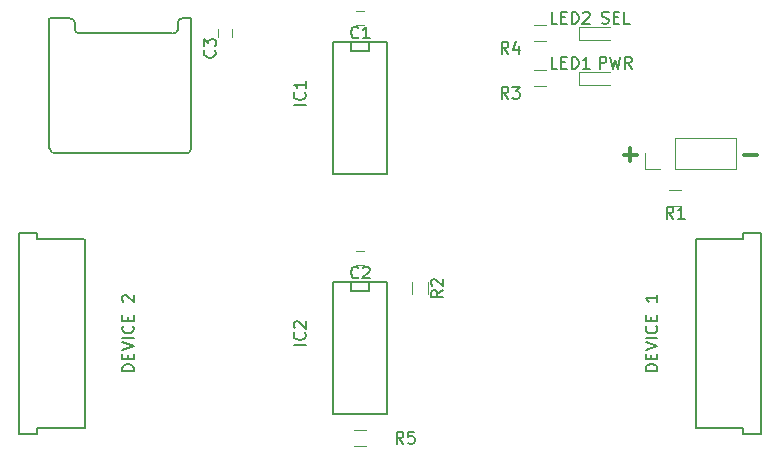
<source format=gbr>
G04 #@! TF.FileFunction,Legend,Top*
%FSLAX46Y46*%
G04 Gerber Fmt 4.6, Leading zero omitted, Abs format (unit mm)*
G04 Created by KiCad (PCBNEW 4.0.7) date Tue Nov 21 09:12:45 2017*
%MOMM*%
%LPD*%
G01*
G04 APERTURE LIST*
%ADD10C,0.100000*%
%ADD11C,0.300000*%
%ADD12C,0.150000*%
%ADD13C,0.120000*%
G04 APERTURE END LIST*
D10*
D11*
X165798572Y-83927143D02*
X166941429Y-83927143D01*
X155638572Y-83927143D02*
X156781429Y-83927143D01*
X156210000Y-84498571D02*
X156210000Y-83355714D01*
D12*
X109537500Y-73660000D02*
X117411500Y-73660000D01*
X117476500Y-73658500D02*
G75*
G03X117919500Y-73342500I63500J379500D01*
G01*
X109156500Y-73279000D02*
G75*
G03X109537500Y-73660000I381000J0D01*
G01*
X117919500Y-72690000D02*
X117919500Y-73340000D01*
X109156500Y-72690000D02*
X109156500Y-73340000D01*
X109156500Y-72707500D02*
G75*
G03X108712000Y-72390000I-381000J-63500D01*
G01*
X118300500Y-72390000D02*
G75*
G03X117919500Y-72644000I-63500J-317500D01*
G01*
X107061000Y-72390000D02*
X108712000Y-72390000D01*
X118999000Y-72390000D02*
X118300500Y-72390000D01*
X118618000Y-83820000D02*
X107505500Y-83820000D01*
X107061000Y-83439000D02*
G75*
G03X107569000Y-83820000I444500J63500D01*
G01*
X107030000Y-72390000D02*
X107030000Y-83390000D01*
X118554500Y-83820000D02*
G75*
G03X118999000Y-83502500I63500J381000D01*
G01*
X119030000Y-72390000D02*
X119030000Y-83390000D01*
D13*
X133700000Y-72990000D02*
X133000000Y-72990000D01*
X133000000Y-71790000D02*
X133700000Y-71790000D01*
X133700000Y-93310000D02*
X133000000Y-93310000D01*
X133000000Y-92110000D02*
X133700000Y-92110000D01*
X121320000Y-74010000D02*
X121320000Y-73310000D01*
X122520000Y-73310000D02*
X122520000Y-74010000D01*
D12*
X134112000Y-74422000D02*
X134112000Y-75184000D01*
X134112000Y-75184000D02*
X132588000Y-75184000D01*
X132588000Y-75184000D02*
X132588000Y-74422000D01*
X135636000Y-85598000D02*
X131064000Y-85598000D01*
X131064000Y-85598000D02*
X131064000Y-74422000D01*
X131064000Y-74422000D02*
X135636000Y-74422000D01*
X135636000Y-74422000D02*
X135636000Y-85598000D01*
X134112000Y-94742000D02*
X134112000Y-95504000D01*
X134112000Y-95504000D02*
X132588000Y-95504000D01*
X132588000Y-95504000D02*
X132588000Y-94742000D01*
X135636000Y-105918000D02*
X131064000Y-105918000D01*
X131064000Y-105918000D02*
X131064000Y-94742000D01*
X131064000Y-94742000D02*
X135636000Y-94742000D01*
X135636000Y-94742000D02*
X135636000Y-105918000D01*
X167290000Y-107560000D02*
X167290000Y-90560000D01*
X165790000Y-90560000D02*
X167290000Y-90560000D01*
X165790000Y-107560000D02*
X167290000Y-107560000D01*
X165790000Y-91060000D02*
X165790000Y-90560000D01*
X165790000Y-107060000D02*
X165790000Y-107560000D01*
X161734500Y-107061000D02*
X161734500Y-91059000D01*
X161790000Y-91060000D02*
X165790000Y-91060000D01*
X161790000Y-107060000D02*
X165790000Y-107060000D01*
X104490000Y-90560000D02*
X104490000Y-107560000D01*
X105990000Y-107560000D02*
X104490000Y-107560000D01*
X105990000Y-90560000D02*
X104490000Y-90560000D01*
X105990000Y-107060000D02*
X105990000Y-107560000D01*
X105990000Y-91060000D02*
X105990000Y-90560000D01*
X110045500Y-91059000D02*
X110045500Y-107061000D01*
X109990000Y-107060000D02*
X105990000Y-107060000D01*
X109990000Y-91060000D02*
X105990000Y-91060000D01*
D13*
X165160000Y-85150000D02*
X165160000Y-82490000D01*
X160020000Y-85150000D02*
X165160000Y-85150000D01*
X160020000Y-82490000D02*
X165160000Y-82490000D01*
X160020000Y-85150000D02*
X160020000Y-82490000D01*
X158750000Y-85150000D02*
X157420000Y-85150000D01*
X157420000Y-85150000D02*
X157420000Y-83820000D01*
X151870000Y-76920000D02*
X151870000Y-78020000D01*
X151870000Y-78020000D02*
X154470000Y-78020000D01*
X151870000Y-76920000D02*
X154470000Y-76920000D01*
X151870000Y-73110000D02*
X151870000Y-74210000D01*
X151870000Y-74210000D02*
X154470000Y-74210000D01*
X151870000Y-73110000D02*
X154470000Y-73110000D01*
X160520000Y-88310000D02*
X159520000Y-88310000D01*
X159520000Y-86950000D02*
X160520000Y-86950000D01*
X137750000Y-95750000D02*
X137750000Y-94750000D01*
X139110000Y-94750000D02*
X139110000Y-95750000D01*
X148090000Y-76790000D02*
X149090000Y-76790000D01*
X149090000Y-78150000D02*
X148090000Y-78150000D01*
X148090000Y-72980000D02*
X149090000Y-72980000D01*
X149090000Y-74340000D02*
X148090000Y-74340000D01*
X132850000Y-107270000D02*
X133850000Y-107270000D01*
X133850000Y-108630000D02*
X132850000Y-108630000D01*
D12*
X133183334Y-73997143D02*
X133135715Y-74044762D01*
X132992858Y-74092381D01*
X132897620Y-74092381D01*
X132754762Y-74044762D01*
X132659524Y-73949524D01*
X132611905Y-73854286D01*
X132564286Y-73663810D01*
X132564286Y-73520952D01*
X132611905Y-73330476D01*
X132659524Y-73235238D01*
X132754762Y-73140000D01*
X132897620Y-73092381D01*
X132992858Y-73092381D01*
X133135715Y-73140000D01*
X133183334Y-73187619D01*
X134135715Y-74092381D02*
X133564286Y-74092381D01*
X133850000Y-74092381D02*
X133850000Y-73092381D01*
X133754762Y-73235238D01*
X133659524Y-73330476D01*
X133564286Y-73378095D01*
X133183334Y-94317143D02*
X133135715Y-94364762D01*
X132992858Y-94412381D01*
X132897620Y-94412381D01*
X132754762Y-94364762D01*
X132659524Y-94269524D01*
X132611905Y-94174286D01*
X132564286Y-93983810D01*
X132564286Y-93840952D01*
X132611905Y-93650476D01*
X132659524Y-93555238D01*
X132754762Y-93460000D01*
X132897620Y-93412381D01*
X132992858Y-93412381D01*
X133135715Y-93460000D01*
X133183334Y-93507619D01*
X133564286Y-93507619D02*
X133611905Y-93460000D01*
X133707143Y-93412381D01*
X133945239Y-93412381D01*
X134040477Y-93460000D01*
X134088096Y-93507619D01*
X134135715Y-93602857D01*
X134135715Y-93698095D01*
X134088096Y-93840952D01*
X133516667Y-94412381D01*
X134135715Y-94412381D01*
X121007143Y-75096666D02*
X121054762Y-75144285D01*
X121102381Y-75287142D01*
X121102381Y-75382380D01*
X121054762Y-75525238D01*
X120959524Y-75620476D01*
X120864286Y-75668095D01*
X120673810Y-75715714D01*
X120530952Y-75715714D01*
X120340476Y-75668095D01*
X120245238Y-75620476D01*
X120150000Y-75525238D01*
X120102381Y-75382380D01*
X120102381Y-75287142D01*
X120150000Y-75144285D01*
X120197619Y-75096666D01*
X120102381Y-74763333D02*
X120102381Y-74144285D01*
X120483333Y-74477619D01*
X120483333Y-74334761D01*
X120530952Y-74239523D01*
X120578571Y-74191904D01*
X120673810Y-74144285D01*
X120911905Y-74144285D01*
X121007143Y-74191904D01*
X121054762Y-74239523D01*
X121102381Y-74334761D01*
X121102381Y-74620476D01*
X121054762Y-74715714D01*
X121007143Y-74763333D01*
X128722381Y-79716190D02*
X127722381Y-79716190D01*
X128627143Y-78668571D02*
X128674762Y-78716190D01*
X128722381Y-78859047D01*
X128722381Y-78954285D01*
X128674762Y-79097143D01*
X128579524Y-79192381D01*
X128484286Y-79240000D01*
X128293810Y-79287619D01*
X128150952Y-79287619D01*
X127960476Y-79240000D01*
X127865238Y-79192381D01*
X127770000Y-79097143D01*
X127722381Y-78954285D01*
X127722381Y-78859047D01*
X127770000Y-78716190D01*
X127817619Y-78668571D01*
X128722381Y-77716190D02*
X128722381Y-78287619D01*
X128722381Y-78001905D02*
X127722381Y-78001905D01*
X127865238Y-78097143D01*
X127960476Y-78192381D01*
X128008095Y-78287619D01*
X128722381Y-100036190D02*
X127722381Y-100036190D01*
X128627143Y-98988571D02*
X128674762Y-99036190D01*
X128722381Y-99179047D01*
X128722381Y-99274285D01*
X128674762Y-99417143D01*
X128579524Y-99512381D01*
X128484286Y-99560000D01*
X128293810Y-99607619D01*
X128150952Y-99607619D01*
X127960476Y-99560000D01*
X127865238Y-99512381D01*
X127770000Y-99417143D01*
X127722381Y-99274285D01*
X127722381Y-99179047D01*
X127770000Y-99036190D01*
X127817619Y-98988571D01*
X127817619Y-98607619D02*
X127770000Y-98560000D01*
X127722381Y-98464762D01*
X127722381Y-98226666D01*
X127770000Y-98131428D01*
X127817619Y-98083809D01*
X127912857Y-98036190D01*
X128008095Y-98036190D01*
X128150952Y-98083809D01*
X128722381Y-98655238D01*
X128722381Y-98036190D01*
X158503881Y-102250476D02*
X157503881Y-102250476D01*
X157503881Y-102012381D01*
X157551500Y-101869523D01*
X157646738Y-101774285D01*
X157741976Y-101726666D01*
X157932452Y-101679047D01*
X158075310Y-101679047D01*
X158265786Y-101726666D01*
X158361024Y-101774285D01*
X158456262Y-101869523D01*
X158503881Y-102012381D01*
X158503881Y-102250476D01*
X157980071Y-101250476D02*
X157980071Y-100917142D01*
X158503881Y-100774285D02*
X158503881Y-101250476D01*
X157503881Y-101250476D01*
X157503881Y-100774285D01*
X157503881Y-100488571D02*
X158503881Y-100155238D01*
X157503881Y-99821904D01*
X158503881Y-99488571D02*
X157503881Y-99488571D01*
X158408643Y-98440952D02*
X158456262Y-98488571D01*
X158503881Y-98631428D01*
X158503881Y-98726666D01*
X158456262Y-98869524D01*
X158361024Y-98964762D01*
X158265786Y-99012381D01*
X158075310Y-99060000D01*
X157932452Y-99060000D01*
X157741976Y-99012381D01*
X157646738Y-98964762D01*
X157551500Y-98869524D01*
X157503881Y-98726666D01*
X157503881Y-98631428D01*
X157551500Y-98488571D01*
X157599119Y-98440952D01*
X157980071Y-98012381D02*
X157980071Y-97679047D01*
X158503881Y-97536190D02*
X158503881Y-98012381D01*
X157503881Y-98012381D01*
X157503881Y-97536190D01*
X158503881Y-95821904D02*
X158503881Y-96393333D01*
X158503881Y-96107619D02*
X157503881Y-96107619D01*
X157646738Y-96202857D01*
X157741976Y-96298095D01*
X157789595Y-96393333D01*
X114180881Y-102250476D02*
X113180881Y-102250476D01*
X113180881Y-102012381D01*
X113228500Y-101869523D01*
X113323738Y-101774285D01*
X113418976Y-101726666D01*
X113609452Y-101679047D01*
X113752310Y-101679047D01*
X113942786Y-101726666D01*
X114038024Y-101774285D01*
X114133262Y-101869523D01*
X114180881Y-102012381D01*
X114180881Y-102250476D01*
X113657071Y-101250476D02*
X113657071Y-100917142D01*
X114180881Y-100774285D02*
X114180881Y-101250476D01*
X113180881Y-101250476D01*
X113180881Y-100774285D01*
X113180881Y-100488571D02*
X114180881Y-100155238D01*
X113180881Y-99821904D01*
X114180881Y-99488571D02*
X113180881Y-99488571D01*
X114085643Y-98440952D02*
X114133262Y-98488571D01*
X114180881Y-98631428D01*
X114180881Y-98726666D01*
X114133262Y-98869524D01*
X114038024Y-98964762D01*
X113942786Y-99012381D01*
X113752310Y-99060000D01*
X113609452Y-99060000D01*
X113418976Y-99012381D01*
X113323738Y-98964762D01*
X113228500Y-98869524D01*
X113180881Y-98726666D01*
X113180881Y-98631428D01*
X113228500Y-98488571D01*
X113276119Y-98440952D01*
X113657071Y-98012381D02*
X113657071Y-97679047D01*
X114180881Y-97536190D02*
X114180881Y-98012381D01*
X113180881Y-98012381D01*
X113180881Y-97536190D01*
X113276119Y-96393333D02*
X113228500Y-96345714D01*
X113180881Y-96250476D01*
X113180881Y-96012380D01*
X113228500Y-95917142D01*
X113276119Y-95869523D01*
X113371357Y-95821904D01*
X113466595Y-95821904D01*
X113609452Y-95869523D01*
X114180881Y-96440952D01*
X114180881Y-95821904D01*
X150010953Y-76652381D02*
X149534762Y-76652381D01*
X149534762Y-75652381D01*
X150344286Y-76128571D02*
X150677620Y-76128571D01*
X150820477Y-76652381D02*
X150344286Y-76652381D01*
X150344286Y-75652381D01*
X150820477Y-75652381D01*
X151249048Y-76652381D02*
X151249048Y-75652381D01*
X151487143Y-75652381D01*
X151630001Y-75700000D01*
X151725239Y-75795238D01*
X151772858Y-75890476D01*
X151820477Y-76080952D01*
X151820477Y-76223810D01*
X151772858Y-76414286D01*
X151725239Y-76509524D01*
X151630001Y-76604762D01*
X151487143Y-76652381D01*
X151249048Y-76652381D01*
X152772858Y-76652381D02*
X152201429Y-76652381D01*
X152487143Y-76652381D02*
X152487143Y-75652381D01*
X152391905Y-75795238D01*
X152296667Y-75890476D01*
X152201429Y-75938095D01*
X153606667Y-76652381D02*
X153606667Y-75652381D01*
X153987620Y-75652381D01*
X154082858Y-75700000D01*
X154130477Y-75747619D01*
X154178096Y-75842857D01*
X154178096Y-75985714D01*
X154130477Y-76080952D01*
X154082858Y-76128571D01*
X153987620Y-76176190D01*
X153606667Y-76176190D01*
X154511429Y-75652381D02*
X154749524Y-76652381D01*
X154940001Y-75938095D01*
X155130477Y-76652381D01*
X155368572Y-75652381D01*
X156320953Y-76652381D02*
X155987619Y-76176190D01*
X155749524Y-76652381D02*
X155749524Y-75652381D01*
X156130477Y-75652381D01*
X156225715Y-75700000D01*
X156273334Y-75747619D01*
X156320953Y-75842857D01*
X156320953Y-75985714D01*
X156273334Y-76080952D01*
X156225715Y-76128571D01*
X156130477Y-76176190D01*
X155749524Y-76176190D01*
X150010953Y-72842381D02*
X149534762Y-72842381D01*
X149534762Y-71842381D01*
X150344286Y-72318571D02*
X150677620Y-72318571D01*
X150820477Y-72842381D02*
X150344286Y-72842381D01*
X150344286Y-71842381D01*
X150820477Y-71842381D01*
X151249048Y-72842381D02*
X151249048Y-71842381D01*
X151487143Y-71842381D01*
X151630001Y-71890000D01*
X151725239Y-71985238D01*
X151772858Y-72080476D01*
X151820477Y-72270952D01*
X151820477Y-72413810D01*
X151772858Y-72604286D01*
X151725239Y-72699524D01*
X151630001Y-72794762D01*
X151487143Y-72842381D01*
X151249048Y-72842381D01*
X152201429Y-71937619D02*
X152249048Y-71890000D01*
X152344286Y-71842381D01*
X152582382Y-71842381D01*
X152677620Y-71890000D01*
X152725239Y-71937619D01*
X152772858Y-72032857D01*
X152772858Y-72128095D01*
X152725239Y-72270952D01*
X152153810Y-72842381D01*
X152772858Y-72842381D01*
X153797143Y-72794762D02*
X153940000Y-72842381D01*
X154178096Y-72842381D01*
X154273334Y-72794762D01*
X154320953Y-72747143D01*
X154368572Y-72651905D01*
X154368572Y-72556667D01*
X154320953Y-72461429D01*
X154273334Y-72413810D01*
X154178096Y-72366190D01*
X153987619Y-72318571D01*
X153892381Y-72270952D01*
X153844762Y-72223333D01*
X153797143Y-72128095D01*
X153797143Y-72032857D01*
X153844762Y-71937619D01*
X153892381Y-71890000D01*
X153987619Y-71842381D01*
X154225715Y-71842381D01*
X154368572Y-71890000D01*
X154797143Y-72318571D02*
X155130477Y-72318571D01*
X155273334Y-72842381D02*
X154797143Y-72842381D01*
X154797143Y-71842381D01*
X155273334Y-71842381D01*
X156178096Y-72842381D02*
X155701905Y-72842381D01*
X155701905Y-71842381D01*
X159853334Y-89352381D02*
X159520000Y-88876190D01*
X159281905Y-89352381D02*
X159281905Y-88352381D01*
X159662858Y-88352381D01*
X159758096Y-88400000D01*
X159805715Y-88447619D01*
X159853334Y-88542857D01*
X159853334Y-88685714D01*
X159805715Y-88780952D01*
X159758096Y-88828571D01*
X159662858Y-88876190D01*
X159281905Y-88876190D01*
X160805715Y-89352381D02*
X160234286Y-89352381D01*
X160520000Y-89352381D02*
X160520000Y-88352381D01*
X160424762Y-88495238D01*
X160329524Y-88590476D01*
X160234286Y-88638095D01*
X140332381Y-95416666D02*
X139856190Y-95750000D01*
X140332381Y-95988095D02*
X139332381Y-95988095D01*
X139332381Y-95607142D01*
X139380000Y-95511904D01*
X139427619Y-95464285D01*
X139522857Y-95416666D01*
X139665714Y-95416666D01*
X139760952Y-95464285D01*
X139808571Y-95511904D01*
X139856190Y-95607142D01*
X139856190Y-95988095D01*
X139427619Y-95035714D02*
X139380000Y-94988095D01*
X139332381Y-94892857D01*
X139332381Y-94654761D01*
X139380000Y-94559523D01*
X139427619Y-94511904D01*
X139522857Y-94464285D01*
X139618095Y-94464285D01*
X139760952Y-94511904D01*
X140332381Y-95083333D01*
X140332381Y-94464285D01*
X145883334Y-79192381D02*
X145550000Y-78716190D01*
X145311905Y-79192381D02*
X145311905Y-78192381D01*
X145692858Y-78192381D01*
X145788096Y-78240000D01*
X145835715Y-78287619D01*
X145883334Y-78382857D01*
X145883334Y-78525714D01*
X145835715Y-78620952D01*
X145788096Y-78668571D01*
X145692858Y-78716190D01*
X145311905Y-78716190D01*
X146216667Y-78192381D02*
X146835715Y-78192381D01*
X146502381Y-78573333D01*
X146645239Y-78573333D01*
X146740477Y-78620952D01*
X146788096Y-78668571D01*
X146835715Y-78763810D01*
X146835715Y-79001905D01*
X146788096Y-79097143D01*
X146740477Y-79144762D01*
X146645239Y-79192381D01*
X146359524Y-79192381D01*
X146264286Y-79144762D01*
X146216667Y-79097143D01*
X145883334Y-75382381D02*
X145550000Y-74906190D01*
X145311905Y-75382381D02*
X145311905Y-74382381D01*
X145692858Y-74382381D01*
X145788096Y-74430000D01*
X145835715Y-74477619D01*
X145883334Y-74572857D01*
X145883334Y-74715714D01*
X145835715Y-74810952D01*
X145788096Y-74858571D01*
X145692858Y-74906190D01*
X145311905Y-74906190D01*
X146740477Y-74715714D02*
X146740477Y-75382381D01*
X146502381Y-74334762D02*
X146264286Y-75049048D01*
X146883334Y-75049048D01*
X136993334Y-108402381D02*
X136660000Y-107926190D01*
X136421905Y-108402381D02*
X136421905Y-107402381D01*
X136802858Y-107402381D01*
X136898096Y-107450000D01*
X136945715Y-107497619D01*
X136993334Y-107592857D01*
X136993334Y-107735714D01*
X136945715Y-107830952D01*
X136898096Y-107878571D01*
X136802858Y-107926190D01*
X136421905Y-107926190D01*
X137898096Y-107402381D02*
X137421905Y-107402381D01*
X137374286Y-107878571D01*
X137421905Y-107830952D01*
X137517143Y-107783333D01*
X137755239Y-107783333D01*
X137850477Y-107830952D01*
X137898096Y-107878571D01*
X137945715Y-107973810D01*
X137945715Y-108211905D01*
X137898096Y-108307143D01*
X137850477Y-108354762D01*
X137755239Y-108402381D01*
X137517143Y-108402381D01*
X137421905Y-108354762D01*
X137374286Y-108307143D01*
M02*

</source>
